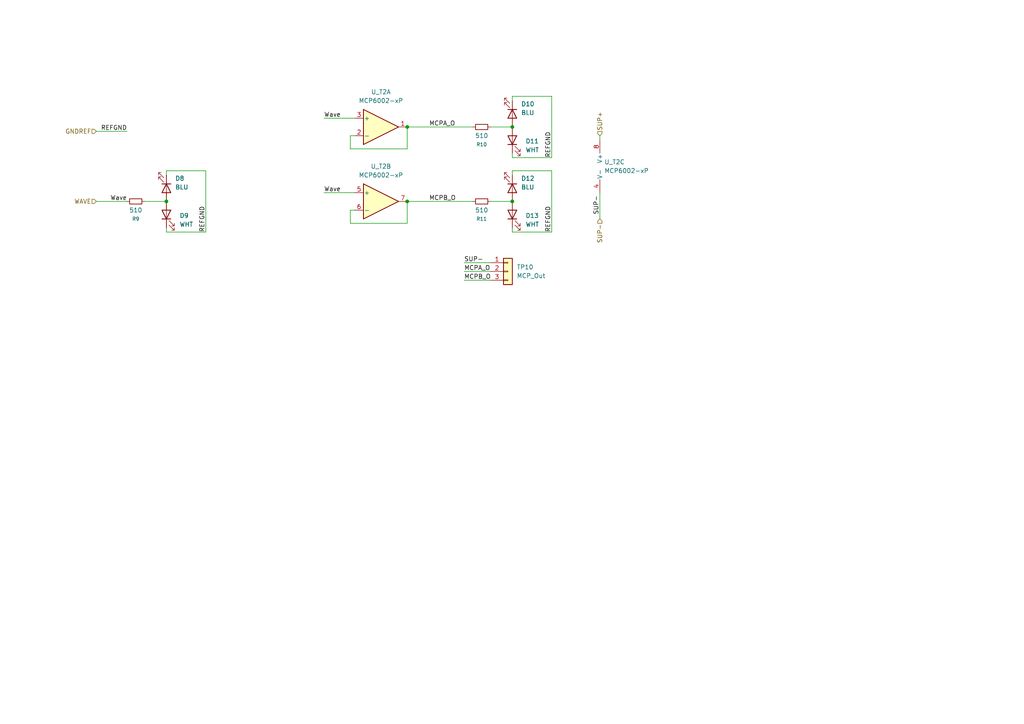
<source format=kicad_sch>
(kicad_sch (version 20250114) (generator "eeschema") (generator_version "9.0")
  (paper "A4")
  (lib_symbols
    (symbol "Amplifier_Operational:MCP6002-xP" (pin_names (offset 0.127))
      (property "Reference" "U" (at 0 5.08 0))
      (property "Value" "MCP6002-xP" (at 0 -5.08 0))
      (symbol "MCP6002-xP_1_1"
        (polyline (pts (xy -5.08 5.08) (xy 5.08 0) (xy -5.08 -5.08) (xy -5.08 5.08)) (stroke (width 0.254)) (fill (type background)))
        (pin input line (at -7.62 2.54 0) (length 2.54) (name "+") (number "3"))
        (pin input line (at -7.62 -2.54 0) (length 2.54) (name "-") (number "2"))
        (pin output line (at 7.62 0 180) (length 2.54) (name "~") (number "1"))
      )
      (symbol "MCP6002-xP_2_1"
        (polyline (pts (xy -5.08 5.08) (xy 5.08 0) (xy -5.08 -5.08) (xy -5.08 5.08)) (stroke (width 0.254)) (fill (type background)))
        (pin input line (at -7.62 2.54 0) (length 2.54) (name "+") (number "5"))
        (pin input line (at -7.62 -2.54 0) (length 2.54) (name "-") (number "6"))
        (pin output line (at 7.62 0 180) (length 2.54) (name "~") (number "7"))
      )
      (symbol "MCP6002-xP_3_1"
        (pin power_in line (at -2.54 7.62 270) (length 3.81) (name "V+") (number "8"))
        (pin power_in line (at -2.54 -7.62 90) (length 3.81) (name "V-") (number "4"))
      )
    )
    (symbol "Connector_Generic:Conn_01x03" (pin_names (offset 1.016) (hide yes))
      (property "Reference" "J" (at 0 5.08 0))
      (property "Value" "Conn_01x03" (at 0 -5.08 0))
      (symbol "Conn_01x03_1_1"
        (rectangle (start -1.27 3.81) (end 1.27 -3.81) (stroke (width 0.254)) (fill (type background)))
        (rectangle (start -1.27 2.667) (end 0 2.413) (stroke (width 0.1524)))
        (rectangle (start -1.27 0.127) (end 0 -0.127) (stroke (width 0.1524)))
        (rectangle (start -1.27 -2.413) (end 0 -2.667) (stroke (width 0.1524)))
        (pin passive line (at -5.08 2.54 0) (length 3.81) (name "Pin_1") (number "1"))
        (pin passive line (at -5.08 0 0) (length 3.81) (name "Pin_2") (number "2"))
        (pin passive line (at -5.08 -2.54 0) (length 3.81) (name "Pin_3") (number "3"))
      )
    )
    (symbol "Device:LED" (pin_numbers (hide yes)) (pin_names (offset 1.016) (hide yes))
      (property "Reference" "D" (at 0 2.54 0))
      (property "Value" "LED" (at 0 -2.54 0))
      (symbol "LED_0_1"
        (polyline (pts (xy -3.048 -0.762) (xy -4.572 -2.286) (xy -3.81 -2.286) (xy -4.572 -2.286) (xy -4.572 -1.524)))
        (polyline (pts (xy -1.778 -0.762) (xy -3.302 -2.286) (xy -2.54 -2.286) (xy -3.302 -2.286) (xy -3.302 -1.524)))
        (polyline (pts (xy -1.27 0) (xy 1.27 0)))
        (polyline (pts (xy -1.27 -1.27) (xy -1.27 1.27)) (stroke (width 0.254)))
        (polyline (pts (xy 1.27 -1.27) (xy 1.27 1.27) (xy -1.27 0) (xy 1.27 -1.27)) (stroke (width 0.254)))
      )
      (symbol "LED_1_1"
        (pin passive line (at -3.81 0 0) (length 2.54) (name "K") (number "1"))
        (pin passive line (at 3.81 0 180) (length 2.54) (name "A") (number "2"))
      )
    )
    (symbol "Device:R_Small" (pin_numbers (hide yes)) (pin_names (offset 0.254) (hide yes))
      (property "Reference" "R" (at 0 0 90))
      (property "Value" "R_Small" (at 1.778 0 90))
      (symbol "R_Small_0_1"
        (rectangle (start -0.762 1.778) (end 0.762 -1.778) (stroke (width 0.2032)))
      )
      (symbol "R_Small_1_1"
        (pin passive line (at 0 2.54 270) (length 0.762) (name "~") (number "1"))
        (pin passive line (at 0 -2.54 90) (length 0.762) (name "~") (number "2"))
      )
    )
  )
  (junction (at 118.11 36.83))
  (junction (at 148.59 36.83))
  (junction (at 48.26 58.42))
  (junction (at 118.11 58.42))
  (junction (at 148.59 58.42))
  (wire (pts (xy 101.6 39.37) (xy 101.6 43.18)))
  (wire (pts (xy 102.87 60.96) (xy 101.6 60.96)))
  (wire (pts (xy 173.99 63.5) (xy 173.99 55.88)))
  (wire (pts (xy 118.11 58.42) (xy 137.16 58.42)))
  (wire (pts (xy 148.59 27.94) (xy 148.59 29.21)))
  (wire (pts (xy 160.02 67.31) (xy 148.59 67.31)))
  (wire (pts (xy 134.62 81.28) (xy 142.24 81.28)))
  (wire (pts (xy 59.69 49.53) (xy 59.69 67.31)))
  (wire (pts (xy 48.26 67.31) (xy 48.26 66.04)))
  (wire (pts (xy 148.59 27.94) (xy 160.02 27.94)))
  (wire (pts (xy 173.99 39.37) (xy 173.99 40.64)))
  (wire (pts (xy 148.59 45.72) (xy 148.59 44.45)))
  (wire (pts (xy 101.6 60.96) (xy 101.6 64.77)))
  (wire (pts (xy 118.11 64.77) (xy 118.11 58.42)))
  (wire (pts (xy 160.02 49.53) (xy 160.02 67.31)))
  (wire (pts (xy 148.59 49.53) (xy 148.59 50.8)))
  (wire (pts (xy 160.02 45.72) (xy 148.59 45.72)))
  (wire (pts (xy 148.59 67.31) (xy 148.59 66.04)))
  (wire (pts (xy 148.59 49.53) (xy 160.02 49.53)))
  (wire (pts (xy 102.87 55.88) (xy 93.98 55.88)))
  (wire (pts (xy 59.69 67.31) (xy 48.26 67.31)))
  (wire (pts (xy 41.91 58.42) (xy 48.26 58.42)))
  (wire (pts (xy 118.11 36.83) (xy 137.16 36.83)))
  (wire (pts (xy 134.62 78.74) (xy 142.24 78.74)))
  (wire (pts (xy 101.6 43.18) (xy 118.11 43.18)))
  (wire (pts (xy 27.94 58.42) (xy 36.83 58.42)))
  (wire (pts (xy 118.11 43.18) (xy 118.11 36.83)))
  (wire (pts (xy 102.87 34.29) (xy 93.98 34.29)))
  (wire (pts (xy 142.24 36.83) (xy 148.59 36.83)))
  (wire (pts (xy 142.24 58.42) (xy 148.59 58.42)))
  (wire (pts (xy 27.94 38.1) (xy 36.83 38.1)))
  (wire (pts (xy 134.62 76.2) (xy 142.24 76.2)))
  (wire (pts (xy 160.02 27.94) (xy 160.02 45.72)))
  (wire (pts (xy 48.26 49.53) (xy 59.69 49.53)))
  (wire (pts (xy 48.26 49.53) (xy 48.26 50.8)))
  (wire (pts (xy 101.6 64.77) (xy 118.11 64.77)))
  (wire (pts (xy 102.87 39.37) (xy 101.6 39.37)))
  (label "REFGND" (at 59.69 67.31 90))
  (label "REFGND" (at 160.02 45.72 90))
  (label "SUP-" (at 134.62 76.2 0))
  (label "MCPB_O" (at 124.46 58.42 0))
  (label "Wave" (at 36.83 58.42 180))
  (label "MCPA_O" (at 124.46 36.83 0))
  (label "MCPA_O" (at 134.62 78.74 0))
  (label "Wave" (at 93.98 55.88 0))
  (label "Wave" (at 93.98 34.29 0))
  (label "SUP-" (at 173.99 62.23 90))
  (label "REFGND" (at 160.02 67.31 90))
  (label "REFGND" (at 36.83 38.1 180))
  (label "MCPB_O" (at 134.62 81.28 0))
  (hierarchical_label "SUP+" (shape input) (at 173.99 39.37 90))
  (hierarchical_label "SUP-" (shape input) (at 173.99 63.5 270))
  (hierarchical_label "GNDREF" (shape input) (at 27.94 38.1 180))
  (hierarchical_label "WAVE" (shape input) (at 27.94 58.42 180))
  (symbol (lib_id "Device:LED") (at 48.26 62.23 90) (unit 1)
    (property "Reference" "D9" (at 52.07 62.5474 90) (effects (justify right)))
    (property "Value" "WHT" (at 52.07 65.0874 90) (effects (justify right)))
    (property "Footprint" "Diode_THT:D_5W_P5.08mm_Vertical_AnodeUp" (effects (hide yes)))
    (property "Description" "Light emitting diode" (effects (hide yes)))
    (property "Sim.Pins" "1=K 2=A" (effects (hide yes)))
  )
  (symbol (lib_id "Amplifier_Operational:MCP6002-xP") (at 176.53 48.26 0) (unit 3)
    (property "Reference" "U_T2" (at 175.26 46.9899 0) (effects (justify left)))
    (property "Value" "MCP6002-xP" (at 175.26 49.5299 0) (effects (justify left)))
    (property "Footprint" "Package_DIP:DIP-8_W7.62mm_Socket" (effects (hide yes)))
    (property "Datasheet" "http://ww1.microchip.com/downloads/en/DeviceDoc/21733j.pdf" (effects (hide yes)))
    (property "Description" "1MHz, Low-Power Op Amp, DIP-8" (effects (hide yes)))
  )
  (symbol (lib_id "Device:R_Small") (at 139.7 58.42 270) (unit 1)
    (property "Reference" "R11" (at 139.7 63.5 90) (effects (font (size 1.016 1.016))))
    (property "Value" "510" (at 139.7 60.96 90))
    (property "Footprint" "Resistor_THT:R_Axial_DIN0204_L3.6mm_D1.6mm_P2.54mm_Vertical" (effects (hide yes)))
    (property "Description" "Resistor, small symbol" (effects (hide yes)))
  )
  (symbol (lib_id "Device:LED") (at 148.59 33.02 270) (unit 1)
    (property "Reference" "D10" (at 151.13 30.1624 90) (effects (justify left)))
    (property "Value" "BLU" (at 151.13 32.7024 90) (effects (justify left)))
    (property "Footprint" "Diode_THT:D_5W_P5.08mm_Vertical_KathodeUp" (effects (hide yes)))
    (property "Description" "Light emitting diode" (effects (hide yes)))
    (property "Sim.Pins" "1=K 2=A" (effects (hide yes)))
  )
  (symbol (lib_id "Amplifier_Operational:MCP6002-xP") (at 110.49 58.42 0) (unit 2)
    (property "Reference" "U_T2" (at 110.49 48.26 0))
    (property "Value" "MCP6002-xP" (at 110.49 50.8 0))
    (property "Footprint" "Package_DIP:DIP-8_W7.62mm_Socket" (effects (hide yes)))
    (property "Datasheet" "http://ww1.microchip.com/downloads/en/DeviceDoc/21733j.pdf" (effects (hide yes)))
    (property "Description" "1MHz, Low-Power Op Amp, DIP-8" (effects (hide yes)))
  )
  (symbol (lib_id "Device:LED") (at 148.59 40.64 90) (unit 1)
    (property "Reference" "D11" (at 152.4 40.9574 90) (effects (justify right)))
    (property "Value" "WHT" (at 152.4 43.4974 90) (effects (justify right)))
    (property "Footprint" "Diode_THT:D_5W_P5.08mm_Vertical_AnodeUp" (effects (hide yes)))
    (property "Description" "Light emitting diode" (effects (hide yes)))
    (property "Sim.Pins" "1=K 2=A" (effects (hide yes)))
  )
  (symbol (lib_id "Device:LED") (at 148.59 54.61 270) (unit 1)
    (property "Reference" "D12" (at 151.13 51.7524 90) (effects (justify left)))
    (property "Value" "BLU" (at 151.13 54.2924 90) (effects (justify left)))
    (property "Footprint" "Diode_THT:D_5W_P5.08mm_Vertical_KathodeUp" (effects (hide yes)))
    (property "Description" "Light emitting diode" (effects (hide yes)))
    (property "Sim.Pins" "1=K 2=A" (effects (hide yes)))
  )
  (symbol (lib_id "Device:LED") (at 148.59 62.23 90) (unit 1)
    (property "Reference" "D13" (at 152.4 62.5474 90) (effects (justify right)))
    (property "Value" "WHT" (at 152.4 65.0874 90) (effects (justify right)))
    (property "Footprint" "Diode_THT:D_5W_P5.08mm_Vertical_AnodeUp" (effects (hide yes)))
    (property "Description" "Light emitting diode" (effects (hide yes)))
    (property "Sim.Pins" "1=K 2=A" (effects (hide yes)))
  )
  (symbol (lib_id "Amplifier_Operational:MCP6002-xP") (at 110.49 36.83 0) (unit 1)
    (property "Reference" "U_T2" (at 110.49 26.67 0))
    (property "Value" "MCP6002-xP" (at 110.49 29.21 0))
    (property "Footprint" "Package_DIP:DIP-8_W7.62mm_Socket" (effects (hide yes)))
    (property "Datasheet" "http://ww1.microchip.com/downloads/en/DeviceDoc/21733j.pdf" (effects (hide yes)))
    (property "Description" "1MHz, Low-Power Op Amp, DIP-8" (effects (hide yes)))
  )
  (symbol (lib_id "Device:LED") (at 48.26 54.61 270) (unit 1)
    (property "Reference" "D8" (at 50.8 51.7524 90) (effects (justify left)))
    (property "Value" "BLU" (at 50.8 54.2924 90) (effects (justify left)))
    (property "Footprint" "Diode_THT:D_5W_P5.08mm_Vertical_KathodeUp" (effects (hide yes)))
    (property "Description" "Light emitting diode" (effects (hide yes)))
    (property "Sim.Pins" "1=K 2=A" (effects (hide yes)))
  )
  (symbol (lib_id "Connector_Generic:Conn_01x03") (at 147.32 78.74 0) (unit 1)
    (property "Reference" "TP10" (at 149.86 77.4699 0) (effects (justify left)))
    (property "Value" "MCP_Out" (at 149.86 80.0099 0) (effects (justify left)))
    (property "Footprint" "Connector_PinSocket_2.54mm:PinSocket_1x03_P2.54mm_Vertical" (effects (hide yes)))
    (property "Description" "Generic connector, single row, 01x03, script generated (kicad-library-utils/schlib/autogen/connector/)" (effects (hide yes)))
  )
  (symbol (lib_id "Device:R_Small") (at 39.37 58.42 270) (unit 1)
    (property "Reference" "R9" (at 39.37 63.5 90) (effects (font (size 1.016 1.016))))
    (property "Value" "510" (at 39.37 60.96 90))
    (property "Footprint" "Resistor_THT:R_Axial_DIN0204_L3.6mm_D1.6mm_P2.54mm_Vertical" (effects (hide yes)))
    (property "Description" "Resistor, small symbol" (effects (hide yes)))
  )
  (symbol (lib_id "Device:R_Small") (at 139.7 36.83 270) (unit 1)
    (property "Reference" "R10" (at 139.7 41.91 90) (effects (font (size 1.016 1.016))))
    (property "Value" "510" (at 139.7 39.37 90))
    (property "Footprint" "Resistor_THT:R_Axial_DIN0204_L3.6mm_D1.6mm_P2.54mm_Vertical" (effects (hide yes)))
    (property "Description" "Resistor, small symbol" (effects (hide yes)))
  )
)
</source>
